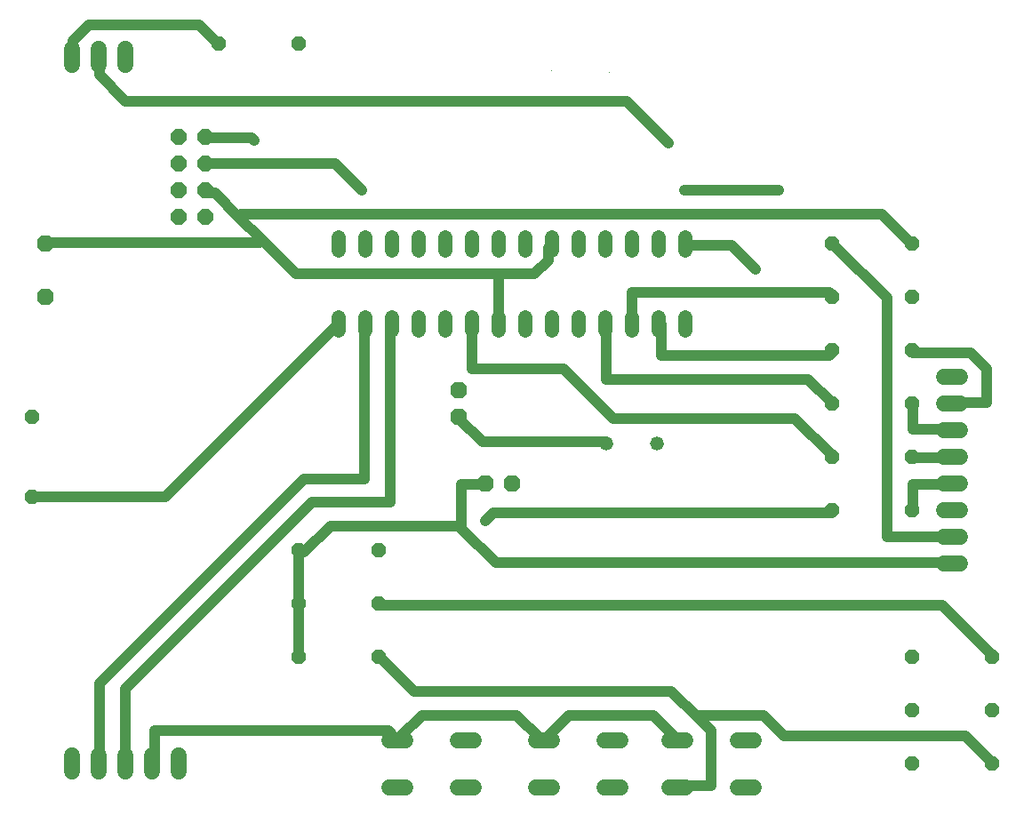
<source format=gbr>
G04 EAGLE Gerber RS-274X export*
G75*
%MOMM*%
%FSLAX34Y34*%
%LPD*%
%INTop Copper*%
%IPPOS*%
%AMOC8*
5,1,8,0,0,1.08239X$1,22.5*%
G01*
%ADD10C,1.320800*%
%ADD11P,1.429621X8X292.500000*%
%ADD12C,1.320800*%
%ADD13P,1.732040X8X292.500000*%
%ADD14P,1.732040X8X22.500000*%
%ADD15P,1.649562X8X112.500000*%
%ADD16C,1.524000*%
%ADD17R,0.009400X0.009400*%
%ADD18P,1.429621X8X22.500000*%
%ADD19C,1.016000*%
%ADD20C,0.756400*%


D10*
X342900Y475996D02*
X342900Y489204D01*
X368300Y489204D02*
X368300Y475996D01*
X393700Y475996D02*
X393700Y489204D01*
X419100Y489204D02*
X419100Y475996D01*
X444500Y475996D02*
X444500Y489204D01*
X469900Y489204D02*
X469900Y475996D01*
X495300Y475996D02*
X495300Y489204D01*
X520700Y489204D02*
X520700Y475996D01*
X546100Y475996D02*
X546100Y489204D01*
X571500Y489204D02*
X571500Y475996D01*
X596900Y475996D02*
X596900Y489204D01*
X622300Y489204D02*
X622300Y475996D01*
X647700Y475996D02*
X647700Y489204D01*
X673100Y489204D02*
X673100Y475996D01*
X673100Y552196D02*
X673100Y565404D01*
X647700Y565404D02*
X647700Y552196D01*
X622300Y552196D02*
X622300Y565404D01*
X596900Y565404D02*
X596900Y552196D01*
X571500Y552196D02*
X571500Y565404D01*
X546100Y565404D02*
X546100Y552196D01*
X520700Y552196D02*
X520700Y565404D01*
X495300Y565404D02*
X495300Y552196D01*
X469900Y552196D02*
X469900Y565404D01*
X444500Y565404D02*
X444500Y552196D01*
X419100Y552196D02*
X419100Y565404D01*
X393700Y565404D02*
X393700Y552196D01*
X368300Y552196D02*
X368300Y565404D01*
X342900Y565404D02*
X342900Y552196D01*
D11*
X50800Y393700D03*
X50800Y317500D03*
D12*
X598170Y368300D03*
X646430Y368300D03*
D13*
X457200Y419100D03*
X457200Y393700D03*
D14*
X482600Y330200D03*
X508000Y330200D03*
D13*
X63500Y558800D03*
X63500Y508000D03*
D15*
X190500Y584200D03*
X190500Y609600D03*
X190500Y635000D03*
X190500Y660400D03*
X215900Y584200D03*
X215900Y609600D03*
X215900Y635000D03*
X215900Y660400D03*
D16*
X919480Y254000D02*
X934720Y254000D01*
X934720Y279400D02*
X919480Y279400D01*
X919480Y304800D02*
X934720Y304800D01*
X934720Y330200D02*
X919480Y330200D01*
X919480Y355600D02*
X934720Y355600D01*
X934720Y381000D02*
X919480Y381000D01*
X919480Y406400D02*
X934720Y406400D01*
X934720Y431800D02*
X919480Y431800D01*
D17*
X601519Y722095D03*
X546516Y723806D03*
D18*
X228600Y749300D03*
X304800Y749300D03*
X812800Y558800D03*
X889000Y558800D03*
X812800Y508000D03*
X889000Y508000D03*
X812800Y457200D03*
X889000Y457200D03*
X812800Y406400D03*
X889000Y406400D03*
X812800Y355600D03*
X889000Y355600D03*
X812800Y304800D03*
X889000Y304800D03*
D16*
X88900Y728980D02*
X88900Y744220D01*
X114300Y744220D02*
X114300Y728980D01*
X139700Y728980D02*
X139700Y744220D01*
X88900Y71120D02*
X88900Y55880D01*
X114300Y55880D02*
X114300Y71120D01*
X139700Y71120D02*
X139700Y55880D01*
X165100Y55880D02*
X165100Y71120D01*
X190500Y71120D02*
X190500Y55880D01*
D18*
X304800Y266700D03*
X381000Y266700D03*
X304800Y215900D03*
X381000Y215900D03*
X304800Y165100D03*
X381000Y165100D03*
D16*
X391668Y86106D02*
X406908Y86106D01*
X406908Y40894D02*
X391668Y40894D01*
X456692Y86106D02*
X471932Y86106D01*
X471932Y40894D02*
X456692Y40894D01*
X531368Y86106D02*
X546608Y86106D01*
X546608Y40894D02*
X531368Y40894D01*
X596392Y86106D02*
X611632Y86106D01*
X611632Y40894D02*
X596392Y40894D01*
X658368Y86106D02*
X673608Y86106D01*
X673608Y40894D02*
X658368Y40894D01*
X723392Y86106D02*
X738632Y86106D01*
X738632Y40894D02*
X723392Y40894D01*
D18*
X889000Y165100D03*
X965200Y165100D03*
X889000Y114300D03*
X965200Y114300D03*
X889000Y63500D03*
X965200Y63500D03*
D19*
X227500Y750000D02*
X210000Y767500D01*
X105000Y767500D01*
X90000Y752500D01*
X90000Y737500D01*
X227500Y750000D02*
X228600Y749300D01*
X90000Y737500D02*
X88900Y736600D01*
X305000Y215000D02*
X305000Y167500D01*
X304800Y165100D01*
X305000Y215000D02*
X304800Y215900D01*
X305000Y220000D02*
X305000Y265000D01*
X304800Y266700D01*
X305000Y220000D02*
X304800Y215900D01*
X492500Y255000D02*
X925000Y255000D01*
X492500Y255000D02*
X460000Y287500D01*
X460000Y290000D02*
X460000Y330000D01*
X460000Y290000D02*
X460000Y287500D01*
X460000Y330000D02*
X482500Y330000D01*
X925000Y255000D02*
X927100Y254000D01*
X482600Y330200D02*
X482500Y330000D01*
X335000Y290000D02*
X310000Y265000D01*
X335000Y290000D02*
X460000Y290000D01*
X310000Y265000D02*
X304800Y266700D01*
X540000Y87500D02*
X562500Y110000D01*
X642500Y110000D01*
X665000Y87500D01*
X540000Y87500D02*
X538988Y86106D01*
X665000Y87500D02*
X665988Y86106D01*
X167500Y95000D02*
X167500Y65000D01*
X167500Y95000D02*
X390000Y95000D01*
X397500Y87500D01*
X167500Y65000D02*
X165100Y63500D01*
X397500Y87500D02*
X399288Y86106D01*
X512500Y110000D02*
X535000Y87500D01*
X512500Y110000D02*
X422500Y110000D01*
X402500Y90000D01*
X535000Y87500D02*
X538988Y86106D01*
X402500Y90000D02*
X399288Y86106D01*
X495000Y485000D02*
X495000Y530000D01*
X302500Y530000D01*
X247500Y585000D02*
X225000Y607500D01*
X247500Y585000D02*
X270000Y562500D01*
X302500Y530000D01*
X225000Y607500D02*
X217500Y607500D01*
X495000Y485000D02*
X495300Y482600D01*
X217500Y607500D02*
X215900Y609600D01*
X860000Y587500D02*
X887500Y560000D01*
X860000Y587500D02*
X250000Y587500D01*
X887500Y560000D02*
X889000Y558800D01*
X250000Y587500D02*
X247500Y585000D01*
X267500Y560000D02*
X65000Y560000D01*
X63500Y558800D01*
X267500Y560000D02*
X270000Y562500D01*
X542544Y555244D02*
X546100Y558800D01*
X542544Y555244D02*
X542544Y543148D01*
X529396Y530000D01*
X495000Y530000D01*
X342500Y482500D02*
X177500Y317500D01*
X50800Y317500D01*
X342500Y482500D02*
X342900Y482600D01*
X457500Y392500D02*
X480000Y370000D01*
X597500Y370000D01*
X457500Y392500D02*
X457200Y393700D01*
X597500Y370000D02*
X598170Y368300D01*
X365000Y610000D02*
X340000Y635000D01*
X215900Y635000D01*
D20*
X365000Y610000D03*
D19*
X262500Y657500D02*
X260000Y660000D01*
X217500Y660000D01*
X215900Y660400D01*
D20*
X262500Y657500D03*
D19*
X890000Y330000D02*
X890000Y305000D01*
X890000Y330000D02*
X925000Y330000D01*
X890000Y305000D02*
X889000Y304800D01*
X925000Y330000D02*
X927100Y330200D01*
X925000Y355000D02*
X890000Y355000D01*
X889000Y355600D01*
X925000Y355000D02*
X927100Y355600D01*
X890000Y382500D02*
X890000Y405000D01*
X890000Y382500D02*
X925000Y382500D01*
X890000Y405000D02*
X889000Y406400D01*
X925000Y382500D02*
X927100Y381000D01*
X945000Y455000D02*
X890000Y455000D01*
X945000Y455000D02*
X960000Y440000D01*
X960000Y407500D01*
X927500Y407500D01*
X890000Y455000D02*
X889000Y457200D01*
X927500Y407500D02*
X927100Y406400D01*
X865000Y507500D02*
X815000Y557500D01*
X865000Y507500D02*
X865000Y280000D01*
X925000Y280000D01*
X815000Y557500D02*
X812800Y558800D01*
X925000Y280000D02*
X927100Y279400D01*
X490000Y302500D02*
X482500Y295000D01*
X490000Y302500D02*
X812500Y302500D01*
X812800Y304800D01*
D20*
X482500Y295000D03*
D19*
X470000Y440000D02*
X470000Y482500D01*
X470000Y440000D02*
X557500Y440000D01*
X605000Y392500D01*
X777500Y392500D01*
X812500Y357500D01*
X470000Y482500D02*
X469900Y482600D01*
X812500Y357500D02*
X812800Y355600D01*
X597500Y430000D02*
X597500Y482500D01*
X597500Y430000D02*
X790000Y430000D01*
X812500Y407500D01*
X597500Y482500D02*
X596900Y482600D01*
X812500Y407500D02*
X812800Y406400D01*
X650000Y452500D02*
X650000Y482500D01*
X650000Y452500D02*
X810000Y452500D01*
X812500Y455000D01*
X650000Y482500D02*
X647700Y482600D01*
X812800Y457200D02*
X812500Y455000D01*
X657500Y655000D02*
X617500Y695000D01*
X140000Y695000D01*
X115000Y720000D01*
X115000Y735000D01*
X114300Y736600D01*
D20*
X657500Y655000D03*
D19*
X622500Y512500D02*
X622500Y485000D01*
X622500Y512500D02*
X810000Y512500D01*
X812500Y510000D01*
X622500Y485000D02*
X622300Y482600D01*
X812500Y510000D02*
X812800Y508000D01*
X367500Y482500D02*
X367500Y335000D01*
X310000Y335000D01*
X115000Y140000D01*
X115000Y65000D01*
X367500Y482500D02*
X368300Y482600D01*
X115000Y65000D02*
X114300Y63500D01*
X392500Y312500D02*
X392500Y482500D01*
X392500Y312500D02*
X317500Y312500D01*
X140000Y135000D01*
X140000Y65000D01*
X392500Y482500D02*
X393700Y482600D01*
X140000Y65000D02*
X139700Y63500D01*
X717500Y557500D02*
X740000Y535000D01*
X717500Y557500D02*
X675000Y557500D01*
X673100Y558800D01*
D20*
X740000Y535000D03*
D19*
X762500Y610000D02*
X672500Y610000D01*
D20*
X762500Y610000D03*
X672500Y610000D03*
D19*
X382500Y165000D02*
X415000Y132500D01*
X660000Y132500D01*
X685000Y107500D02*
X697500Y95000D01*
X685000Y107500D02*
X660000Y132500D01*
X697500Y95000D02*
X697500Y42500D01*
X667500Y42500D01*
X382500Y165000D02*
X381000Y165100D01*
X665988Y40894D02*
X667500Y42500D01*
X940000Y90000D02*
X965000Y65000D01*
X940000Y90000D02*
X767500Y90000D01*
X747500Y110000D01*
X687500Y110000D01*
X965000Y65000D02*
X965200Y63500D01*
X687500Y110000D02*
X685000Y107500D01*
X917500Y215000D02*
X965000Y167500D01*
X917500Y215000D02*
X382500Y215000D01*
X965000Y167500D02*
X965200Y165100D01*
X382500Y215000D02*
X381000Y215900D01*
M02*

</source>
